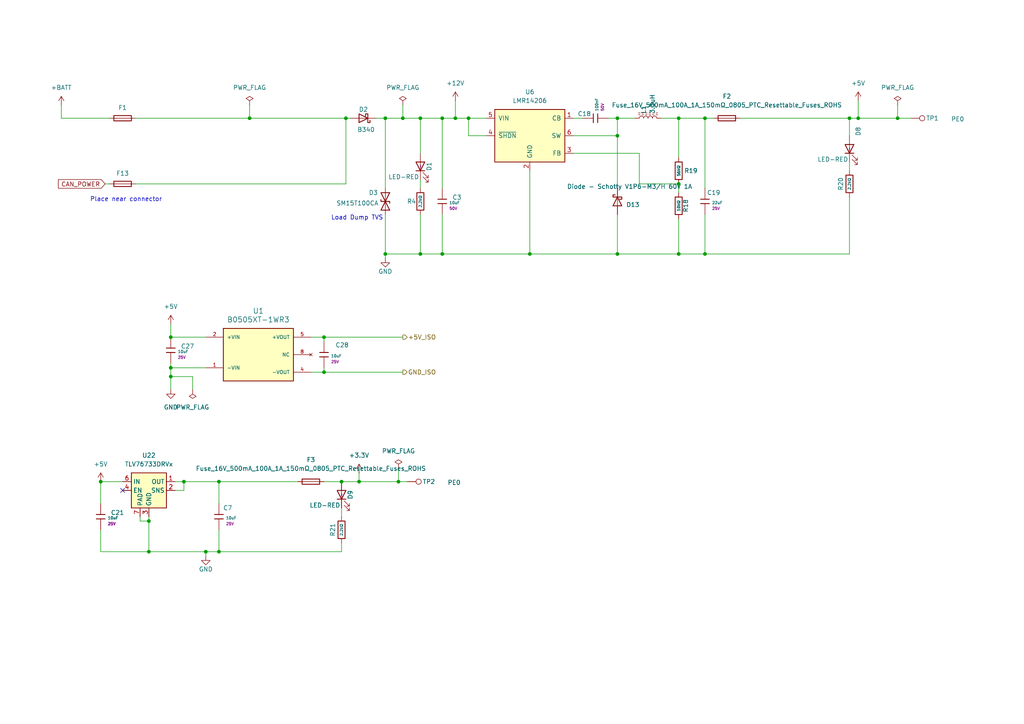
<source format=kicad_sch>
(kicad_sch (version 20250114) (generator "eeschema") (generator_version "9.0")
  (paper "A4")
  (title_block (title "l8"))
  (lib_symbols
    (symbol "Diode:B340" (pin_numbers (hide yes)) (pin_names (offset 1.016) (hide yes))
      (property "Reference" "D" (at 0 2.54 0))
      (property "Value" "B340" (at 0 -2.54 0))
      (symbol "B340_0_1"
        (polyline (pts (xy -1.905 0.635) (xy -1.905 1.27) (xy -1.27 1.27) (xy -1.27 -1.27) (xy -0.635 -1.27) (xy -0.635 -0.635)) (stroke (width 0.254)))
        (polyline (pts (xy 1.27 1.27) (xy 1.27 -1.27) (xy -1.27 0) (xy 1.27 1.27)) (stroke (width 0.254)))
        (polyline (pts (xy 1.27 0) (xy -1.27 0)))
      )
      (symbol "B340_1_1"
        (pin passive line (at -3.81 0 0) (length 2.54) (name "K") (number "1"))
        (pin passive line (at 3.81 0 180) (length 2.54) (name "A") (number "2"))
      )
    )
    (symbol "PCM_JLCPCB-Capacitors:0603,100nF" (pin_numbers (hide yes)) (pin_names (offset 0))
      (property "Reference" "C" (at 2.032 1.668 0))
      (property "Value" "100nF" (at 2.032 -0.3782 0))
      (property "Voltage Rated" "50V" (at 2.032 -2.0462 0))
      (symbol "0603,100nF_0_1"
        (polyline (pts (xy -1.27 0.635) (xy 1.27 0.635)) (stroke (width 0.254)))
        (polyline (pts (xy -1.27 -0.635) (xy 1.27 -0.635)) (stroke (width 0.254)))
      )
      (symbol "0603,100nF_1_1"
        (pin passive line (at 0 3.81 270) (length 3.175) (name "~") (number "1"))
        (pin passive line (at 0 -3.81 90) (length 3.175) (name "~") (number "2"))
      )
    )
    (symbol "PCM_JLCPCB-Capacitors:0603,10uF,(2)" (pin_numbers (hide yes)) (pin_names (offset 0))
      (property "Reference" "C" (at 2.032 1.668 0))
      (property "Value" "10uF" (at 2.032 -0.3782 0))
      (property "Voltage Rated" "25V" (at 2.032 -2.0462 0))
      (symbol "0603,10uF,(2)_0_1"
        (polyline (pts (xy -1.27 0.635) (xy 1.27 0.635)) (stroke (width 0.254)))
        (polyline (pts (xy -1.27 -0.635) (xy 1.27 -0.635)) (stroke (width 0.254)))
      )
      (symbol "0603,10uF,(2)_1_1"
        (pin passive line (at 0 3.81 270) (length 3.175) (name "~") (number "1"))
        (pin passive line (at 0 -3.81 90) (length 3.175) (name "~") (number "2"))
      )
    )
    (symbol "PCM_JLCPCB-Capacitors:0805,10uF,(2)" (pin_numbers (hide yes)) (pin_names (offset 0))
      (property "Reference" "C" (at 2.032 1.668 0))
      (property "Value" "10uF" (at 2.032 -0.3782 0))
      (property "Voltage Rated" "50V" (at 2.032 -2.0462 0))
      (symbol "0805,10uF,(2)_0_1"
        (polyline (pts (xy -1.27 0.635) (xy 1.27 0.635)) (stroke (width 0.254)))
        (polyline (pts (xy -1.27 -0.635) (xy 1.27 -0.635)) (stroke (width 0.254)))
      )
      (symbol "0805,10uF,(2)_1_1"
        (pin passive line (at 0 3.81 270) (length 3.175) (name "~") (number "1"))
        (pin passive line (at 0 -3.81 90) (length 3.175) (name "~") (number "2"))
      )
    )
    (symbol "PCM_JLCPCB-Capacitors:0805,22uF" (pin_numbers (hide yes)) (pin_names (offset 0))
      (property "Reference" "C" (at 2.032 1.668 0))
      (property "Value" "22uF" (at 2.032 -0.3782 0))
      (property "Voltage Rated" "25V" (at 2.032 -2.0462 0))
      (symbol "0805,22uF_0_1"
        (polyline (pts (xy -1.27 0.635) (xy 1.27 0.635)) (stroke (width 0.254)))
        (polyline (pts (xy -1.27 -0.635) (xy 1.27 -0.635)) (stroke (width 0.254)))
      )
      (symbol "0805,22uF_1_1"
        (pin passive line (at 0 3.81 270) (length 3.175) (name "~") (number "1"))
        (pin passive line (at 0 -3.81 90) (length 3.175) (name "~") (number "2"))
      )
    )
    (symbol "PCM_JLCPCB-Resistors:0603,10kΩ" (pin_numbers (hide yes)) (pin_names (offset 0))
      (property "Reference" "R" (at 1.778 0 0))
      (property "Value" "10kΩ" (at 0 0 90))
      (symbol "0603,10kΩ_0_1"
        (rectangle (start -1.016 2.54) (end 1.016 -2.54) (stroke (width 0.254)))
      )
      (symbol "0603,10kΩ_1_1"
        (pin passive line (at 0 3.81 270) (length 1.27) (name "~") (number "1"))
        (pin passive line (at 0 -3.81 90) (length 1.27) (name "~") (number "2"))
      )
    )
    (symbol "PCM_JLCPCB-Resistors:0603,2.2kΩ" (pin_numbers (hide yes)) (pin_names (offset 0))
      (property "Reference" "R" (at 1.778 0 0))
      (property "Value" "2.2kΩ" (at 0 0 90))
      (symbol "0603,2.2kΩ_0_1"
        (rectangle (start -1.016 2.54) (end 1.016 -2.54) (stroke (width 0.254)))
      )
      (symbol "0603,2.2kΩ_1_1"
        (pin passive line (at 0 3.81 270) (length 1.27) (name "~") (number "1"))
        (pin passive line (at 0 -3.81 90) (length 1.27) (name "~") (number "2"))
      )
    )
    (symbol "PCM_JLCPCB-Resistors:0603,56kΩ" (pin_numbers (hide yes)) (pin_names (offset 0))
      (property "Reference" "R" (at 1.778 0 0))
      (property "Value" "56kΩ" (at 0 0 90))
      (symbol "0603,56kΩ_0_1"
        (rectangle (start -1.016 2.54) (end 1.016 -2.54) (stroke (width 0.254)))
      )
      (symbol "0603,56kΩ_1_1"
        (pin passive line (at 0 3.81 270) (length 1.27) (name "~") (number "1"))
        (pin passive line (at 0 -3.81 90) (length 1.27) (name "~") (number "2"))
      )
    )
    (symbol "Regulator_Linear:TLV76733DRVx"
      (property "Reference" "U" (at 0 8.89 0))
      (property "Value" "TLV76733DRVx" (at 0 6.35 0))
      (symbol "TLV76733DRVx_0_1"
        (rectangle (start -5.08 -5.08) (end 5.08 5.08) (stroke (width 0.254)) (fill (type background)))
      )
      (symbol "TLV76733DRVx_1_1"
        (pin power_in line (at -7.62 2.54 0) (length 2.54) (name "IN") (number "6"))
        (pin input line (at -7.62 0 0) (length 2.54) (name "EN") (number "4"))
        (pin passive line (at -2.54 -7.62 90) (length 2.54) (name "PAD") (number "7"))
        (pin power_in line (at 0 -7.62 90) (length 2.54) (name "GND") (number "3"))
        (pin passive line (at 0 -7.62 90) (length 2.54) (hide yes) (name "GND") (number "5"))
        (pin power_out line (at 7.62 2.54 180) (length 2.54) (name "OUT") (number "1"))
        (pin input line (at 7.62 0 180) (length 2.54) (name "SNS") (number "2"))
      )
    )
    (symbol "Regulator_Switching:LMR14206" (pin_names (offset 1.016))
      (property "Reference" "U" (at -10.16 11.43 0))
      (property "Value" "LMR14206" (at -10.16 8.89 0))
      (symbol "LMR14206_0_1"
        (rectangle (start -10.16 7.62) (end 10.16 -7.62) (stroke (width 0.254)) (fill (type background)))
      )
      (symbol "LMR14206_1_1"
        (pin power_in line (at -12.7 5.08 0) (length 2.54) (name "VIN") (number "5"))
        (pin input line (at -12.7 0 0) (length 2.54) (name "~{SHDN}") (number "4"))
        (pin power_in line (at 0 -10.16 90) (length 2.54) (name "GND") (number "2"))
        (pin input line (at 12.7 5.08 180) (length 2.54) (name "CB") (number "1"))
        (pin output line (at 12.7 0 180) (length 2.54) (name "SW") (number "6"))
        (pin input line (at 12.7 -5.08 180) (length 2.54) (name "FB") (number "3"))
      )
    )
    (symbol "dnt_global:B0505_Isolated_SMD" (pin_names (offset 1.016))
      (property "Reference" "U" (at 0 12.7 0))
      (property "Value" "B0505XT-1WR3" (at 0 10.16 0))
      (symbol "B0505_Isolated_SMD_0_0"
        (rectangle (start -10.16 7.62) (end 10.16 -7.62) (stroke (width 0.254)) (fill (type background)))
        (pin no_connect line (at 15.24 0 180) (length 5.08) (name "NC") (number "8"))
      )
      (symbol "B0505_Isolated_SMD_1_0"
        (pin power_in line (at -15.24 5.08 0) (length 5.08) (name "+VIN") (number "2"))
        (pin power_in line (at -15.24 -3.81 0) (length 5.08) (name "-VIN") (number "1"))
        (pin power_out line (at 15.24 5.08 180) (length 5.08) (name "+VOUT") (number "5"))
        (pin power_out line (at 15.24 -5.08 180) (length 5.08) (name "-VOUT") (number "4"))
      )
    )
    (symbol "dnt_global:D_TVS_-_SM15T100CA" (pin_numbers (hide yes)) (pin_names (offset 1.016) (hide yes))
      (property "Reference" "D" (at -2.54 -4.826 90))
      (property "Value" "SM15T100CA" (at 0.508 -14.224 90))
      (symbol "D_TVS_-_SM15T100CA_0_1"
        (polyline (pts (xy -2.54 1.27) (xy -2.54 -1.27) (xy 2.54 1.27) (xy 2.54 -1.27) (xy -2.54 1.27)) (stroke (width 0.254)))
        (polyline (pts (xy 0.508 1.27) (xy 0 1.27) (xy 0 -1.27) (xy -0.508 -1.27)) (stroke (width 0.254)))
        (polyline (pts (xy 1.27 0) (xy -1.27 0)))
      )
      (symbol "D_TVS_-_SM15T100CA_1_1"
        (pin passive line (at -3.81 0 0) (length 2.54) (name "A1") (number "1"))
        (pin passive line (at 3.81 0 180) (length 2.54) (name "A2") (number "2"))
      )
    )
    (symbol "dnt_global:Diode - V1P6-M3/H 60V 1A Schotty " (pin_numbers (hide yes)) (pin_names (offset 1.016) (hide yes))
      (property "Reference" "D" (at 0 -2.54 0))
      (property "Value" "Diode - Schotty V1P6-M3/H 60V 1A" (at 0 2.54 0))
      (symbol "Diode - V1P6-M3/H 60V 1A Schotty _0_1"
        (polyline (pts (xy -1.905 0.635) (xy -1.905 1.27) (xy -1.27 1.27) (xy -1.27 -1.27) (xy -0.635 -1.27) (xy -0.635 -0.635)) (stroke (width 0.254)))
        (polyline (pts (xy 1.27 1.27) (xy 1.27 -1.27) (xy -1.27 0) (xy 1.27 1.27)) (stroke (width 0.254)))
        (polyline (pts (xy 1.27 0) (xy -1.27 0)))
      )
      (symbol "Diode - V1P6-M3/H 60V 1A Schotty _1_1"
        (pin passive line (at -3.81 0 0) (length 2.54) (name "K") (number "1"))
        (pin passive line (at 3.81 0 180) (length 2.54) (name "A") (number "2"))
      )
    )
    (symbol "dnt_global:Fuse_16V_500mA_100A_1A_150mΩ_0805_PTC_Resettable_Fuses_ROHS" (pin_numbers (hide yes)) (pin_names (offset 0))
      (property "Reference" "F1" (at 6.35 0 90))
      (property "Value" "Fuse_16V_500mA_100A_1A_150mΩ_0805_PTC_Resettable_Fuses_ROHS" (at 3.81 0 90))
      (symbol "Fuse_16V_500mA_100A_1A_150mΩ_0805_PTC_Resettable_Fuses_ROHS_0_1"
        (rectangle (start -0.762 -2.54) (end 0.762 2.54) (stroke (width 0.254)))
        (polyline (pts (xy 0 2.54) (xy 0 -2.54)))
      )
      (symbol "Fuse_16V_500mA_100A_1A_150mΩ_0805_PTC_Resettable_Fuses_ROHS_1_1"
        (pin passive line (at 0 3.81 270) (length 1.27) (name "~") (number "1"))
        (pin passive line (at 0 -3.81 90) (length 1.27) (name "~") (number "2"))
      )
    )
    (symbol "dnt_global:LED-RED" (pin_numbers (hide yes)) (pin_names (offset 1.016) (hide yes))
      (property "Reference" "D" (at 0 -2.54 0))
      (property "Value" "LED-RED" (at -3.048 4.826 90))
      (property "Datasheet" "~" (at 0 0 0))
      (symbol "LED-RED_0_1"
        (polyline (pts (xy -3.048 -0.762) (xy -4.572 -2.286) (xy -3.81 -2.286) (xy -4.572 -2.286) (xy -4.572 -1.524)))
        (polyline (pts (xy -1.778 -0.762) (xy -3.302 -2.286) (xy -2.54 -2.286) (xy -3.302 -2.286) (xy -3.302 -1.524)))
        (polyline (pts (xy -1.27 0) (xy 1.27 0)))
        (polyline (pts (xy -1.27 -1.27) (xy -1.27 1.27)) (stroke (width 0.254)))
        (polyline (pts (xy 1.27 -1.27) (xy 1.27 1.27) (xy -1.27 0) (xy 1.27 -1.27)) (stroke (width 0.254)))
      )
      (symbol "LED-RED_1_1"
        (pin passive line (at -3.81 0 0) (length 2.54) (name "K") (number "1"))
        (pin passive line (at 3.81 0 180) (length 2.54) (name "A") (number "2"))
      )
    )
    (symbol "dnt_global:L_Ferrite_-_Inductor_with_ferrite_core_-__2.4A_3.3uH_±20%_3.6A_SMD,4x4mm_Power_Inductors_ROHS" (pin_numbers (hide yes)) (pin_names (offset 1.016) (hide yes))
      (property "Reference" "L" (at 1.27 1.2701 0))
      (property "Value" "3.3uH" (at 1.27 -1.2699 0))
      (symbol "L_Ferrite_-_Inductor_with_ferrite_core_-__2.4A_3.3uH_±20%_3.6A_SMD,4x4mm_Power_Inductors_ROHS_0_1"
        (arc (start 0 2.54) (mid 0.6323 1.905) (end 0 1.27))
        (arc (start 0 1.27) (mid 0.6323 0.635) (end 0 0))
        (arc (start 0 0) (mid 0.6323 -0.635) (end 0 -1.27))
        (arc (start 0 -1.27) (mid 0.6323 -1.905) (end 0 -2.54))
        (polyline (pts (xy 1.016 2.286) (xy 1.016 2.794)))
        (polyline (pts (xy 1.016 1.27) (xy 1.016 1.778)))
        (polyline (pts (xy 1.016 0.254) (xy 1.016 0.762)))
        (polyline (pts (xy 1.016 -0.762) (xy 1.016 -0.254)))
        (polyline (pts (xy 1.016 -1.778) (xy 1.016 -1.27)))
        (polyline (pts (xy 1.016 -2.794) (xy 1.016 -2.286)))
        (polyline (pts (xy 1.524 2.794) (xy 1.524 2.286)))
        (polyline (pts (xy 1.524 1.778) (xy 1.524 1.27)))
        (polyline (pts (xy 1.524 0.762) (xy 1.524 0.254)))
        (polyline (pts (xy 1.524 -0.254) (xy 1.524 -0.762)))
        (polyline (pts (xy 1.524 -1.27) (xy 1.524 -1.778)))
        (polyline (pts (xy 1.524 -2.286) (xy 1.524 -2.794)))
      )
      (symbol "L_Ferrite_-_Inductor_with_ferrite_core_-__2.4A_3.3uH_±20%_3.6A_SMD,4x4mm_Power_Inductors_ROHS_1_1"
        (pin passive line (at 0 3.81 270) (length 1.27) (name "1") (number "1"))
        (pin passive line (at 0 -3.81 90) (length 1.27) (name "2") (number "2"))
      )
    )
    (symbol "dnt_global:TestPoint_Pad_D1.0mm" (pin_numbers (hide yes)) (pin_names (offset 0.762) (hide yes))
      (property "Reference" "TP33" (at 0 5.588 90))
      (property "Value" "PE0" (at 0.254 11.684 90))
      (symbol "TestPoint_Pad_D1.0mm_0_1"
        (circle (center 0 3.302) (radius 0.762))
      )
      (symbol "TestPoint_Pad_D1.0mm_1_1"
        (pin passive line (at 0 0 90) (length 2.54) (name "1") (number "1"))
      )
    )
    (symbol "power:+12V" (power) (pin_numbers (hide yes)) (pin_names (offset 0) (hide yes))
      (property "Value" "+12V" (at 0 3.556 0))
      (symbol "+12V_0_1"
        (polyline (pts (xy -0.762 1.27) (xy 0 2.54)))
        (polyline (pts (xy 0 2.54) (xy 0.762 1.27)))
        (polyline (pts (xy 0 0) (xy 0 2.54)))
      )
      (symbol "+12V_1_1"
        (pin power_in line (at 0 0 90) (length 0) (name "~") (number "1"))
      )
    )
    (symbol "power:+3.3V" (power) (pin_numbers (hide yes)) (pin_names (offset 0) (hide yes))
      (property "Value" "+3.3V" (at 0 3.556 0))
      (symbol "+3.3V_0_1"
        (polyline (pts (xy -0.762 1.27) (xy 0 2.54)))
        (polyline (pts (xy 0 2.54) (xy 0.762 1.27)))
        (polyline (pts (xy 0 0) (xy 0 2.54)))
      )
      (symbol "+3.3V_1_1"
        (pin power_in line (at 0 0 90) (length 0) (name "~") (number "1"))
      )
    )
    (symbol "power:+5V" (power) (pin_numbers (hide yes)) (pin_names (offset 0) (hide yes))
      (property "Value" "+5V" (at 0 3.556 0))
      (symbol "+5V_0_1"
        (polyline (pts (xy -0.762 1.27) (xy 0 2.54)))
        (polyline (pts (xy 0 2.54) (xy 0.762 1.27)))
        (polyline (pts (xy 0 0) (xy 0 2.54)))
      )
      (symbol "+5V_1_1"
        (pin power_in line (at 0 0 90) (length 0) (name "~") (number "1"))
      )
    )
    (symbol "power:+BATT" (power) (pin_numbers (hide yes)) (pin_names (offset 0) (hide yes))
      (property "Value" "+BATT" (at 0 3.556 0))
      (symbol "+BATT_0_1"
        (polyline (pts (xy -0.762 1.27) (xy 0 2.54)))
        (polyline (pts (xy 0 2.54) (xy 0.762 1.27)))
        (polyline (pts (xy 0 0) (xy 0 2.54)))
      )
      (symbol "+BATT_1_1"
        (pin power_in line (at 0 0 90) (length 0) (name "~") (number "1"))
      )
    )
    (symbol "power:GND" (power) (pin_numbers (hide yes)) (pin_names (offset 0) (hide yes))
      (property "Value" "GND" (at 0 -3.81 0))
      (symbol "GND_0_1"
        (polyline (pts (xy 0 0) (xy 0 -1.27) (xy 1.27 -1.27) (xy 0 -2.54) (xy -1.27 -1.27) (xy 0 -1.27)))
      )
      (symbol "GND_1_1"
        (pin power_in line (at 0 0 270) (length 0) (name "~") (number "1"))
      )
    )
    (symbol "power:PWR_FLAG" (power) (pin_numbers (hide yes)) (pin_names (offset 0) (hide yes))
      (property "Value" "PWR_FLAG" (at 0 3.81 0))
      (symbol "PWR_FLAG_0_0"
        (pin power_out line (at 0 0 90) (length 0) (name "~") (number "1"))
      )
      (symbol "PWR_FLAG_0_1"
        (polyline (pts (xy 0 0) (xy 0 1.27) (xy -1.016 1.905) (xy 0 2.54) (xy 1.016 1.905) (xy 0 1.27)))
      )
    )
  )
  (text "Load Dump TVS\n\n" (at 96.012 66.04 0) (effects (font (size 1.27 1.27) (thickness 0.1588)) (justify left bottom)))
  (text "Place near connector" (at 36.576 57.912 0) (effects (font (size 1.27 1.27))))
  (junction (at 128.27 34.29))
  (junction (at 93.98 97.79))
  (junction (at 196.85 73.66))
  (junction (at 196.85 34.29))
  (junction (at 63.5 139.7))
  (junction (at 43.18 151.13))
  (junction (at 248.92 34.29))
  (junction (at 135.89 34.29))
  (junction (at 100.33 34.29))
  (junction (at 99.06 139.7))
  (junction (at 121.92 34.29))
  (junction (at 179.07 73.66))
  (junction (at 196.85 53.34))
  (junction (at 204.47 73.66))
  (junction (at 260.35 34.29))
  (junction (at 104.14 139.7))
  (junction (at 121.92 73.66))
  (junction (at 63.5 160.02))
  (junction (at 204.47 34.29))
  (junction (at 49.53 97.79))
  (junction (at 49.53 106.68))
  (junction (at 111.76 34.29))
  (junction (at 132.08 34.29))
  (junction (at 111.76 73.66))
  (junction (at 179.07 34.29))
  (junction (at 153.67 73.66))
  (junction (at 128.27 73.66))
  (junction (at 93.98 107.95))
  (junction (at 246.38 34.29))
  (junction (at 72.39 34.29))
  (junction (at 115.57 139.7))
  (junction (at 43.18 160.02))
  (junction (at 53.34 139.7))
  (junction (at 179.07 39.37))
  (junction (at 29.21 139.7))
  (junction (at 116.84 34.29))
  (junction (at 49.53 109.22))
  (junction (at 59.69 160.02))
  (no_connect (at 35.56 142.24))
  (wire (pts (xy 111.76 73.66) (xy 121.92 73.66)))
  (wire (pts (xy 115.57 135.89) (xy 115.57 139.7)))
  (wire (pts (xy 204.47 34.29) (xy 204.47 54.61)))
  (wire (pts (xy 191.77 34.29) (xy 196.85 34.29)))
  (wire (pts (xy 179.07 39.37) (xy 179.07 54.61)))
  (wire (pts (xy 55.88 113.03) (xy 55.88 109.22)))
  (wire (pts (xy 39.37 34.29) (xy 72.39 34.29)))
  (wire (pts (xy 30.48 53.34) (xy 31.75 53.34)))
  (wire (pts (xy 135.89 34.29) (xy 135.89 39.37)))
  (wire (pts (xy 166.37 44.45) (xy 185.42 44.45)))
  (wire (pts (xy 53.34 139.7) (xy 63.5 139.7)))
  (wire (pts (xy 185.42 44.45) (xy 185.42 53.34)))
  (wire (pts (xy 246.38 34.29) (xy 246.38 39.37)))
  (wire (pts (xy 50.8 139.7) (xy 53.34 139.7)))
  (wire (pts (xy 204.47 34.29) (xy 207.01 34.29)))
  (wire (pts (xy 63.5 153.67) (xy 63.5 160.02)))
  (wire (pts (xy 59.69 161.29) (xy 59.69 160.02)))
  (wire (pts (xy 246.38 57.15) (xy 246.38 73.66)))
  (wire (pts (xy 196.85 34.29) (xy 204.47 34.29)))
  (wire (pts (xy 49.53 97.79) (xy 59.69 97.79)))
  (wire (pts (xy 29.21 139.7) (xy 29.21 146.05)))
  (wire (pts (xy 90.17 107.95) (xy 93.98 107.95)))
  (wire (pts (xy 93.98 99.06) (xy 93.98 97.79)))
  (wire (pts (xy 128.27 34.29) (xy 128.27 54.61)))
  (wire (pts (xy 121.92 52.07) (xy 121.92 54.61)))
  (wire (pts (xy 204.47 62.23) (xy 204.47 73.66)))
  (wire (pts (xy 55.88 109.22) (xy 49.53 109.22)))
  (wire (pts (xy 260.35 34.29) (xy 248.92 34.29)))
  (wire (pts (xy 128.27 62.23) (xy 128.27 73.66)))
  (wire (pts (xy 121.92 34.29) (xy 128.27 34.29)))
  (wire (pts (xy 111.76 34.29) (xy 111.76 54.61)))
  (wire (pts (xy 93.98 107.95) (xy 116.84 107.95)))
  (wire (pts (xy 196.85 63.5) (xy 196.85 73.66)))
  (wire (pts (xy 111.76 73.66) (xy 111.76 62.23)))
  (wire (pts (xy 135.89 39.37) (xy 140.97 39.37)))
  (wire (pts (xy 132.08 29.21) (xy 132.08 34.29)))
  (wire (pts (xy 196.85 34.29) (xy 196.85 45.72)))
  (wire (pts (xy 72.39 34.29) (xy 100.33 34.29)))
  (wire (pts (xy 100.33 53.34) (xy 100.33 34.29)))
  (wire (pts (xy 39.37 53.34) (xy 100.33 53.34)))
  (wire (pts (xy 29.21 153.67) (xy 29.21 160.02)))
  (wire (pts (xy 166.37 34.29) (xy 168.91 34.29)))
  (wire (pts (xy 63.5 160.02) (xy 99.06 160.02)))
  (wire (pts (xy 29.21 139.7) (xy 35.56 139.7)))
  (wire (pts (xy 99.06 147.32) (xy 99.06 149.86)))
  (wire (pts (xy 72.39 30.48) (xy 72.39 34.29)))
  (wire (pts (xy 153.67 73.66) (xy 179.07 73.66)))
  (wire (pts (xy 248.92 29.21) (xy 248.92 34.29)))
  (wire (pts (xy 128.27 73.66) (xy 153.67 73.66)))
  (wire (pts (xy 135.89 34.29) (xy 140.97 34.29)))
  (wire (pts (xy 246.38 73.66) (xy 204.47 73.66)))
  (wire (pts (xy 111.76 34.29) (xy 116.84 34.29)))
  (wire (pts (xy 185.42 53.34) (xy 196.85 53.34)))
  (wire (pts (xy 49.53 106.68) (xy 59.69 106.68)))
  (wire (pts (xy 93.98 97.79) (xy 116.84 97.79)))
  (wire (pts (xy 166.37 39.37) (xy 179.07 39.37)))
  (wire (pts (xy 179.07 62.23) (xy 179.07 73.66)))
  (wire (pts (xy 63.5 139.7) (xy 86.36 139.7)))
  (wire (pts (xy 196.85 53.34) (xy 196.85 55.88)))
  (wire (pts (xy 118.11 139.7) (xy 115.57 139.7)))
  (wire (pts (xy 90.17 97.79) (xy 93.98 97.79)))
  (wire (pts (xy 50.8 142.24) (xy 53.34 142.24)))
  (wire (pts (xy 49.53 105.41) (xy 49.53 106.68)))
  (wire (pts (xy 104.14 137.16) (xy 104.14 139.7)))
  (wire (pts (xy 49.53 93.98) (xy 49.53 97.79)))
  (wire (pts (xy 179.07 34.29) (xy 176.53 34.29)))
  (wire (pts (xy 93.98 106.68) (xy 93.98 107.95)))
  (wire (pts (xy 246.38 46.99) (xy 246.38 49.53)))
  (wire (pts (xy 132.08 34.29) (xy 135.89 34.29)))
  (wire (pts (xy 49.53 109.22) (xy 49.53 113.03)))
  (wire (pts (xy 99.06 139.7) (xy 104.14 139.7)))
  (wire (pts (xy 128.27 34.29) (xy 132.08 34.29)))
  (wire (pts (xy 17.78 30.48) (xy 17.78 34.29)))
  (wire (pts (xy 153.67 49.53) (xy 153.67 73.66)))
  (wire (pts (xy 99.06 160.02) (xy 99.06 157.48)))
  (wire (pts (xy 116.84 30.48) (xy 116.84 34.29)))
  (wire (pts (xy 260.35 30.48) (xy 260.35 34.29)))
  (wire (pts (xy 43.18 151.13) (xy 43.18 160.02)))
  (wire (pts (xy 59.69 160.02) (xy 63.5 160.02)))
  (wire (pts (xy 116.84 34.29) (xy 121.92 34.29)))
  (wire (pts (xy 109.22 34.29) (xy 111.76 34.29)))
  (wire (pts (xy 53.34 142.24) (xy 53.34 139.7)))
  (wire (pts (xy 43.18 160.02) (xy 59.69 160.02)))
  (wire (pts (xy 40.64 151.13) (xy 43.18 151.13)))
  (wire (pts (xy 179.07 34.29) (xy 179.07 39.37)))
  (wire (pts (xy 104.14 139.7) (xy 115.57 139.7)))
  (wire (pts (xy 121.92 44.45) (xy 121.92 34.29)))
  (wire (pts (xy 63.5 146.05) (xy 63.5 139.7)))
  (wire (pts (xy 17.78 34.29) (xy 31.75 34.29)))
  (wire (pts (xy 260.35 34.29) (xy 264.16 34.29)))
  (wire (pts (xy 29.21 160.02) (xy 43.18 160.02)))
  (wire (pts (xy 111.76 74.93) (xy 111.76 73.66)))
  (wire (pts (xy 43.18 149.86) (xy 43.18 151.13)))
  (wire (pts (xy 100.33 34.29) (xy 101.6 34.29)))
  (wire (pts (xy 196.85 73.66) (xy 204.47 73.66)))
  (wire (pts (xy 246.38 34.29) (xy 248.92 34.29)))
  (wire (pts (xy 179.07 34.29) (xy 184.15 34.29)))
  (wire (pts (xy 214.63 34.29) (xy 246.38 34.29)))
  (wire (pts (xy 121.92 73.66) (xy 128.27 73.66)))
  (wire (pts (xy 49.53 106.68) (xy 49.53 109.22)))
  (wire (pts (xy 40.64 149.86) (xy 40.64 151.13)))
  (wire (pts (xy 121.92 62.23) (xy 121.92 73.66)))
  (wire (pts (xy 179.07 73.66) (xy 196.85 73.66)))
  (wire (pts (xy 93.98 139.7) (xy 99.06 139.7)))
  (global_label "CAN_POWER" (shape input) (at 30.48 53.34 180) (property "Intersheetrefs" "${INTERSHEET_REFS}" (at 16.3672 53.34 0) (effects (justify right))))
  (hierarchical_label "GND_ISO" (shape output) (at 116.84 107.95 0) (effects (font (thickness 0.1588))))
  (hierarchical_label "+5V_ISO" (shape output) (at 116.84 97.79 0) (effects (font (thickness 0.1588))))
  (symbol (lib_id "dnt_global:Diode - V1P6-M3/H 60V 1A Schotty ") (at 179.07 58.42 90) (mirror x) (unit 1)
    (property "Reference" "D13" (at 181.61 59.3726 90) (effects (justify right)))
    (property "Value" "Diode - Schotty V1P6-M3/H 60V 1A" (at 182.626 54.102 90))
    (property "Footprint" "Diode_SMD:D_MicroSMP_AK" (effects (hide yes)))
    (property "Datasheet" "https://wmsc.lcsc.com/wmsc/upload/file/pdf/v2/lcsc/2312121230_Vishay-Intertech-V1P6-M3-H_C3757499.pdf" (effects (hide yes)))
    (property "Description" "Vishay Intertech  -60V 1A 600mV@1A MicroSMP(DO-219AD)  Schottky Diodes ROHS" (effects (hide yes)))
    (property "LCSC" "C3757499" (effects (hide yes)))
  )
  (symbol (lib_id "dnt_global:Fuse_16V_500mA_100A_1A_150mΩ_0805_PTC_Resettable_Fuses_ROHS") (at 90.17 139.7 90) (unit 1)
    (property "Reference" "F3" (at 90.17 133.35 90))
    (property "Value" "Fuse_16V_500mA_100A_1A_150mΩ_0805_PTC_Resettable_Fuses_ROHS" (at 90.17 135.89 90))
    (property "Footprint" "Fuse:Fuse_0805_2012Metric" (effects (hide yes)))
    (property "Description" "Fuse" (effects (hide yes)))
    (property "LCSC" "C2833485" (effects (hide yes)))
  )
  (symbol (lib_id "dnt_global:Fuse_16V_500mA_100A_1A_150mΩ_0805_PTC_Resettable_Fuses_ROHS") (at 35.56 53.34 90) (unit 1)
    (property "Reference" "F13" (at 35.56 50.292 90))
    (property "Value" "Fuse_16V_500mA_100A_1A_150mΩ_0805_PTC_Resettable_Fuses_ROHS" (effects (hide yes)))
    (property "Footprint" "Fuse:Fuse_0805_2012Metric" (effects (hide yes)))
    (property "Description" "Fuse" (effects (hide yes)))
    (property "LCSC" "C2833485" (effects (hide yes)))
  )
  (symbol (lib_id "power:+5V") (at 248.92 29.21 0) (unit 1)
    (property "Reference" "#PWR031" (effects (hide yes)))
    (property "Value" "+5V" (at 248.92 24.13 0))
    (property "Description" "Power symbol creates a global label with name \"+5V\"" (effects (hide yes)))
  )
  (symbol (lib_id "dnt_global:Fuse_16V_500mA_100A_1A_150mΩ_0805_PTC_Resettable_Fuses_ROHS") (at 35.56 34.29 90) (unit 1)
    (property "Reference" "F1" (at 35.56 31.242 90))
    (property "Value" "Fuse_16V_500mA_100A_1A_150mΩ_0805_PTC_Resettable_Fuses_ROHS" (effects (hide yes)))
    (property "Footprint" "Fuse:Fuse_0805_2012Metric" (effects (hide yes)))
    (property "Description" "Fuse" (effects (hide yes)))
    (property "LCSC" "C2833485" (effects (hide yes)))
  )
  (symbol (lib_id "dnt_global:L_Ferrite_-_Inductor_with_ferrite_core_-__2.4A_3.3uH_±20%_3.6A_SMD,4x4mm_Power_Inductors_ROHS") (at 187.96 34.29 90) (unit 1)
    (property "Reference" "L1" (at 186.6899 33.02 0) (effects (justify left)))
    (property "Value" "3.3uH" (at 189.2299 33.02 0) (effects (justify left)))
    (property "Footprint" "Inductor_SMD:L_Sunlord_SWPA4030S" (effects (hide yes)))
    (property "Datasheet" "https://wmsc.lcsc.com/wmsc/upload/file/pdf/v2/lcsc/2310251551_Sunlord-SWPA4030S3R3MT_C15269.pdf" (effects (hide yes)))
    (property "Description" "Inductor with ferrite core -  2.4A 3.3uH ±20% 3.6A SMD,4x4mm Power Inductors ROHS" (effects (hide yes)))
    (property "LCSC" "C15269" (effects (hide yes)))
  )
  (symbol (lib_id "Diode:B340") (at 105.41 34.29 180) (unit 1)
    (property "Reference" "D2" (at 105.41 31.75 0))
    (property "Value" "B340" (at 106.172 37.592 0))
    (property "Footprint" "Diode_SMD:D_SMC" (effects (hide yes)))
    (property "Datasheet" "http://www.jameco.com/Jameco/Products/ProdDS/1538777.pdf" (effects (hide yes)))
    (property "Description" "40V 3A Schottky Barrier Rectifier Diode, SMC" (effects (hide yes)))
  )
  (symbol (lib_id "PCM_JLCPCB-Capacitors:0603,10uF,(2)") (at 29.21 149.86 0) (unit 1)
    (property "Reference" "C21" (at 32.131 148.6916 0) (effects (justify left)))
    (property "Value" "10uF" (at 31.242 150.2382 0) (effects (font (size 0.8 0.8)) (justify left)))
    (property "Footprint" "PCM_JLCPCB:C_0603" (effects (hide yes)))
    (property "Datasheet" "https://www.lcsc.com/datasheet/lcsc_datasheet_2304140030_Samsung-Electro-Mechanics-CL10A106MA8NRNC_C96446.pdf" (effects (hide yes)))
    (property "Description" "25V 10uF X5R ±20% 0603 Multilayer Ceramic Capacitors MLCC - SMD/SMT ROHS" (effects (hide yes)))
    (property "LCSC" "C96446" (effects (hide yes)))
    (property "Stock" "3388297" (effects (hide yes)))
    (property "Price" "0.021USD" (effects (hide yes)))
    (property "Process" "SMT" (effects (hide yes)))
    (property "Minimum Qty" "20" (effects (hide yes)))
    (property "Attrition Qty" "8" (effects (hide yes)))
    (property "Class" "Basic Component" (effects (hide yes)))
    (property "Category" "Capacitors,Multilayer Ceramic Capacitors MLCC - SMD/SMT" (effects (hide yes)))
    (property "Manufacturer" "Samsung Electro-Mechanics" (effects (hide yes)))
    (property "Part" "CL10A106MA8NRNC" (effects (hide yes)))
    (property "Voltage Rated" "25V" (at 31.242 151.9062 0) (effects (font (size 0.8 0.8)) (justify left)))
    (property "Tolerance" "±20%" (effects (hide yes)))
    (property "Capacitance" "10uF" (effects (hide yes)))
    (property "Temperature Coefficient" "X5R" (effects (hide yes)))
  )
  (symbol (lib_id "power:GND") (at 59.69 161.29 0) (unit 1)
    (property "Reference" "#PWR016" (effects (hide yes)))
    (property "Value" "GND" (at 59.69 165.1 0))
    (property "Description" "Power symbol creates a global label with name \"GND\" , ground" (effects (hide yes)))
  )
  (symbol (lib_id "power:+5V") (at 49.53 93.98 0) (unit 1)
    (property "Reference" "#PWR034" (effects (hide yes)))
    (property "Value" "+5V" (at 49.53 88.9 0))
    (property "Description" "Power symbol creates a global label with name \"+5V\"" (effects (hide yes)))
  )
  (symbol (lib_id "dnt_global:Fuse_16V_500mA_100A_1A_150mΩ_0805_PTC_Resettable_Fuses_ROHS") (at 210.82 34.29 90) (unit 1)
    (property "Reference" "F2" (at 210.82 27.94 90))
    (property "Value" "Fuse_16V_500mA_100A_1A_150mΩ_0805_PTC_Resettable_Fuses_ROHS" (at 210.82 30.48 90))
    (property "Footprint" "Fuse:Fuse_0805_2012Metric" (effects (hide yes)))
    (property "Description" "Fuse" (effects (hide yes)))
    (property "LCSC" "C2833485" (effects (hide yes)))
  )
  (symbol (lib_id "PCM_JLCPCB-Capacitors:0603,10uF,(2)") (at 93.98 102.87 0) (unit 1)
    (property "Reference" "C28" (at 97.282 100.076 0) (effects (justify left)))
    (property "Value" "10uF" (at 96.012 103.2482 0) (effects (font (size 0.8 0.8)) (justify left)))
    (property "Footprint" "PCM_JLCPCB:C_0603" (effects (hide yes)))
    (property "Datasheet" "https://www.lcsc.com/datasheet/lcsc_datasheet_2304140030_Samsung-Electro-Mechanics-CL10A106MA8NRNC_C96446.pdf" (effects (hide yes)))
    (property "Description" "25V 10uF X5R ±20% 0603 Multilayer Ceramic Capacitors MLCC - SMD/SMT ROHS" (effects (hide yes)))
    (property "LCSC" "C96446" (effects (hide yes)))
    (property "Stock" "3388297" (effects (hide yes)))
    (property "Price" "0.021USD" (effects (hide yes)))
    (property "Process" "SMT" (effects (hide yes)))
    (property "Minimum Qty" "20" (effects (hide yes)))
    (property "Attrition Qty" "8" (effects (hide yes)))
    (property "Class" "Basic Component" (effects (hide yes)))
    (property "Category" "Capacitors,Multilayer Ceramic Capacitors MLCC - SMD/SMT" (effects (hide yes)))
    (property "Manufacturer" "Samsung Electro-Mechanics" (effects (hide yes)))
    (property "Part" "CL10A106MA8NRNC" (effects (hide yes)))
    (property "Voltage Rated" "25V" (at 96.012 104.9162 0) (effects (font (size 0.8 0.8)) (justify left)))
    (property "Tolerance" "±20%" (effects (hide yes)))
    (property "Capacitance" "10uF" (effects (hide yes)))
    (property "Temperature Coefficient" "X5R" (effects (hide yes)))
  )
  (symbol (lib_id "power:+BATT") (at 17.78 30.48 0) (unit 1)
    (property "Reference" "#PWR049" (effects (hide yes)))
    (property "Value" "+BATT" (at 17.78 25.4 0))
    (property "Description" "Power symbol creates a global label with name \"+BATT\"" (effects (hide yes)))
  )
  (symbol (lib_id "dnt_global:LED-RED") (at 99.06 143.51 90) (unit 1)
    (property "Reference" "D9" (at 101.6 143.51 0))
    (property "Value" "LED-RED" (at 94.234 146.558 90))
    (property "Footprint" "dnt:LED_0603_1608Metric - polarity" (effects (hide yes)))
    (property "Datasheet" "~" (at 99.06 143.51 0) (effects (font (size 1.524 1.524))))
    (property "Description" "Light emitting diode" (effects (hide yes)))
    (property "LCSC" "C2286" (effects (hide yes)))
    (property "JLCPCB Rotation Offset" "0" (effects (hide yes)))
  )
  (symbol (lib_id "power:+5V") (at 29.21 139.7 0) (unit 1)
    (property "Reference" "#PWR035" (effects (hide yes)))
    (property "Value" "+5V" (at 29.21 134.62 0))
    (property "Description" "Power symbol creates a global label with name \"+5V\"" (effects (hide yes)))
  )
  (symbol (lib_id "PCM_JLCPCB-Resistors:0603,2.2kΩ") (at 121.92 58.42 180) (unit 1)
    (property "Reference" "R4" (at 119.38 58.42 0))
    (property "Value" "2.2kΩ" (at 121.92 58.42 90) (effects (font (size 0.8 0.8))))
    (property "Footprint" "PCM_JLCPCB:R_0603" (effects (hide yes)))
    (property "Datasheet" "https://www.lcsc.com/datasheet/lcsc_datasheet_2206010230_UNI-ROYAL-Uniroyal-Elec-0603WAF2201T5E_C4190.pdf" (effects (hide yes)))
    (property "Description" "100mW Thick Film Resistors 75V ±100ppm/°C ±1% 2.2kΩ 0603 Chip Resistor - Surface Mount ROHS" (effects (hide yes)))
    (property "LCSC" "C4190" (effects (hide yes)))
    (property "Stock" "3259603" (effects (hide yes)))
    (property "Price" "0.004USD" (effects (hide yes)))
    (property "Process" "SMT" (effects (hide yes)))
    (property "Minimum Qty" "20" (effects (hide yes)))
    (property "Attrition Qty" "10" (effects (hide yes)))
    (property "Class" "Basic Component" (effects (hide yes)))
    (property "Category" "Resistors,Chip Resistor - Surface Mount" (effects (hide yes)))
    (property "Manufacturer" "UNI-ROYAL(Uniroyal Elec)" (effects (hide yes)))
    (property "Part" "0603WAF2201T5E" (effects (hide yes)))
    (property "Resistance" "2.2kΩ" (effects (hide yes)))
    (property "Power(Watts)" "100mW" (effects (hide yes)))
    (property "Type" "Thick Film Resistors" (effects (hide yes)))
    (property "Overload Voltage (Max)" "75V" (effects (hide yes)))
    (property "Operating Temperature Range" "-55°C~+155°C" (effects (hide yes)))
    (property "Tolerance" "±1%" (effects (hide yes)))
    (property "Temperature Coefficient" "±100ppm/°C" (effects (hide yes)))
  )
  (symbol (lib_id "PCM_JLCPCB-Capacitors:0805,22uF") (at 204.47 58.42 0) (unit 1)
    (property "Reference" "C19" (at 207.01 55.88 0))
    (property "Value" "22uF" (at 206.502 58.7982 0) (effects (font (size 0.8 0.8)) (justify left)))
    (property "Footprint" "PCM_JLCPCB:C_0805" (effects (hide yes)))
    (property "Datasheet" "https://www.lcsc.com/datasheet/lcsc_datasheet_2304140030_Samsung-Electro-Mechanics-CL21A226MAQNNNE_C45783.pdf" (effects (hide yes)))
    (property "Description" "25V 22uF X5R ±20% 0805 Multilayer Ceramic Capacitors MLCC - SMD/SMT ROHS" (effects (hide yes)))
    (property "LCSC" "C45783" (effects (hide yes)))
    (property "Stock" "6479946" (effects (hide yes)))
    (property "Price" "0.027USD" (effects (hide yes)))
    (property "Process" "SMT" (effects (hide yes)))
    (property "Minimum Qty" "20" (effects (hide yes)))
    (property "Attrition Qty" "8" (effects (hide yes)))
    (property "Class" "Basic Component" (effects (hide yes)))
    (property "Category" "Capacitors,Multilayer Ceramic Capacitors MLCC - SMD/SMT" (effects (hide yes)))
    (property "Manufacturer" "Samsung Electro-Mechanics" (effects (hide yes)))
    (property "Part" "CL21A226MAQNNNE" (effects (hide yes)))
    (property "Voltage Rated" "25V" (at 206.502 60.4662 0) (effects (font (size 0.8 0.8)) (justify left)))
    (property "Tolerance" "±20%" (effects (hide yes)))
    (property "Capacitance" "22uF" (effects (hide yes)))
    (property "Temperature Coefficient" "X5R" (effects (hide yes)))
  )
  (symbol (lib_id "power:GND") (at 111.76 74.93 0) (unit 1)
    (property "Reference" "#PWR02" (effects (hide yes)))
    (property "Value" "GND" (at 111.76 78.74 0))
    (property "Description" "Power symbol creates a global label with name \"GND\" , ground" (effects (hide yes)))
  )
  (symbol (lib_id "power:PWR_FLAG") (at 55.88 113.03 180) (unit 1)
    (property "Reference" "#FLG02" (effects (hide yes)))
    (property "Value" "PWR_FLAG" (at 55.88 118.11 0))
    (property "Description" "Special symbol for telling ERC where power comes from" (effects (hide yes)))
  )
  (symbol (lib_id "PCM_JLCPCB-Resistors:0603,56kΩ") (at 196.85 49.53 0) (unit 1)
    (property "Reference" "R19" (at 200.406 49.53 0))
    (property "Value" "56kΩ" (at 196.85 49.53 90) (effects (font (size 0.8 0.8))))
    (property "Footprint" "PCM_JLCPCB:R_0603" (effects (hide yes)))
    (property "Datasheet" "https://www.lcsc.com/datasheet/lcsc_datasheet_2206010116_UNI-ROYAL-Uniroyal-Elec-0603WAF5602T5E_C23206.pdf" (effects (hide yes)))
    (property "Description" "100mW Thick Film Resistors 75V ±100ppm/°C ±1% 56kΩ 0603 Chip Resistor - Surface Mount ROHS" (effects (hide yes)))
    (property "LCSC" "C23206" (effects (hide yes)))
    (property "Stock" "358487" (effects (hide yes)))
    (property "Price" "0.004USD" (effects (hide yes)))
    (property "Process" "SMT" (effects (hide yes)))
    (property "Minimum Qty" "20" (effects (hide yes)))
    (property "Attrition Qty" "10" (effects (hide yes)))
    (property "Class" "Basic Component" (effects (hide yes)))
    (property "Category" "Resistors,Chip Resistor - Surface Mount" (effects (hide yes)))
    (property "Manufacturer" "UNI-ROYAL(Uniroyal Elec)" (effects (hide yes)))
    (property "Part" "0603WAF5602T5E" (effects (hide yes)))
    (property "Resistance" "56kΩ" (effects (hide yes)))
    (property "Power(Watts)" "100mW" (effects (hide yes)))
    (property "Type" "Thick Film Resistors" (effects (hide yes)))
    (property "Overload Voltage (Max)" "75V" (effects (hide yes)))
    (property "Operating Temperature Range" "-55°C~+155°C" (effects (hide yes)))
    (property "Tolerance" "±1%" (effects (hide yes)))
    (property "Temperature Coefficient" "±100ppm/°C" (effects (hide yes)))
  )
  (symbol (lib_id "dnt_global:D_TVS_-_SM15T100CA") (at 111.76 58.42 270) (unit 1)
    (property "Reference" "D3" (at 106.934 55.88 90) (effects (justify left)))
    (property "Value" "SM15T100CA" (at 97.536 58.928 90) (effects (justify left)))
    (property "Footprint" "Diode_SMD:D_SMC" (effects (hide yes)))
    (property "Description" "Bidirectional transient-voltage-suppression diode" (effects (hide yes)))
    (property "LCSC" "C1975873" (effects (hide yes)))
  )
  (symbol (lib_id "dnt_global:TestPoint_Pad_D1.0mm") (at 264.16 34.29 270) (unit 1)
    (property "Reference" "TP1" (at 268.605 34.29 90) (effects (justify left)))
    (property "Value" "PE0" (at 275.844 34.544 90) (effects (justify left)))
    (property "Footprint" "TestPoint:TestPoint_Pad_D1.0mm" (effects (hide yes)))
    (property "Description" "test point" (effects (hide yes)))
  )
  (symbol (lib_id "power:PWR_FLAG") (at 260.35 30.48 0) (unit 1)
    (property "Reference" "#FLG06" (effects (hide yes)))
    (property "Value" "PWR_FLAG" (at 260.35 25.4 0))
    (property "Description" "Special symbol for telling ERC where power comes from" (effects (hide yes)))
  )
  (symbol (lib_id "power:PWR_FLAG") (at 116.84 30.48 0) (unit 1)
    (property "Reference" "#FLG04" (effects (hide yes)))
    (property "Value" "PWR_FLAG" (at 116.84 25.4 0))
    (property "Description" "Special symbol for telling ERC where power comes from" (effects (hide yes)))
  )
  (symbol (lib_id "PCM_JLCPCB-Resistors:0603,2.2kΩ") (at 246.38 53.34 180) (unit 1)
    (property "Reference" "R20" (at 243.84 53.34 90))
    (property "Value" "2.2kΩ" (at 246.38 53.34 90) (effects (font (size 0.8 0.8))))
    (property "Footprint" "PCM_JLCPCB:R_0603" (effects (hide yes)))
    (property "Datasheet" "https://www.lcsc.com/datasheet/lcsc_datasheet_2206010230_UNI-ROYAL-Uniroyal-Elec-0603WAF2201T5E_C4190.pdf" (effects (hide yes)))
    (property "Description" "100mW Thick Film Resistors 75V ±100ppm/°C ±1% 2.2kΩ 0603 Chip Resistor - Surface Mount ROHS" (effects (hide yes)))
    (property "LCSC" "C4190" (effects (hide yes)))
    (property "Stock" "3259603" (effects (hide yes)))
    (property "Price" "0.004USD" (effects (hide yes)))
    (property "Process" "SMT" (effects (hide yes)))
    (property "Minimum Qty" "20" (effects (hide yes)))
    (property "Attrition Qty" "10" (effects (hide yes)))
    (property "Class" "Basic Component" (effects (hide yes)))
    (property "Category" "Resistors,Chip Resistor - Surface Mount" (effects (hide yes)))
    (property "Manufacturer" "UNI-ROYAL(Uniroyal Elec)" (effects (hide yes)))
    (property "Part" "0603WAF2201T5E" (effects (hide yes)))
    (property "Resistance" "2.2kΩ" (effects (hide yes)))
    (property "Power(Watts)" "100mW" (effects (hide yes)))
    (property "Type" "Thick Film Resistors" (effects (hide yes)))
    (property "Overload Voltage (Max)" "75V" (effects (hide yes)))
    (property "Operating Temperature Range" "-55°C~+155°C" (effects (hide yes)))
    (property "Tolerance" "±1%" (effects (hide yes)))
    (property "Temperature Coefficient" "±100ppm/°C" (effects (hide yes)))
  )
  (symbol (lib_id "dnt_global:LED-RED") (at 246.38 43.18 90) (unit 1)
    (property "Reference" "D8" (at 248.92 38.1 0))
    (property "Value" "LED-RED" (at 241.554 46.228 90))
    (property "Footprint" "dnt:LED_0603_1608Metric - polarity" (effects (hide yes)))
    (property "Datasheet" "~" (at 246.38 43.18 0) (effects (font (size 1.524 1.524))))
    (property "Description" "Light emitting diode" (effects (hide yes)))
    (property "LCSC" "C2286" (effects (hide yes)))
    (property "JLCPCB Rotation Offset" "0" (effects (hide yes)))
  )
  (symbol (lib_id "dnt_global:LED-RED") (at 121.92 48.26 90) (unit 1)
    (property "Reference" "D1" (at 124.46 48.26 0))
    (property "Value" "LED-RED" (at 117.094 51.308 90))
    (property "Footprint" "dnt:LED_0603_1608Metric - polarity" (effects (hide yes)))
    (property "Datasheet" "~" (at 121.92 48.26 0) (effects (font (size 1.524 1.524))))
    (property "Description" "Light emitting diode" (effects (hide yes)))
    (property "LCSC" "C2286" (effects (hide yes)))
    (property "JLCPCB Rotation Offset" "0" (effects (hide yes)))
  )
  (symbol (lib_id "dnt_global:TestPoint_Pad_D1.0mm") (at 118.11 139.7 270) (unit 1)
    (property "Reference" "TP2" (at 122.555 139.7 90) (effects (justify left)))
    (property "Value" "PE0" (at 129.794 139.954 90) (effects (justify left)))
    (property "Footprint" "TestPoint:TestPoint_Pad_D1.0mm" (effects (hide yes)))
    (property "Description" "test point" (effects (hide yes)))
  )
  (symbol (lib_id "PCM_JLCPCB-Capacitors:0603,10uF,(2)") (at 49.53 101.6 0) (unit 1)
    (property "Reference" "C27" (at 52.451 100.4316 0) (effects (justify left)))
    (property "Value" "10uF" (at 51.562 101.9782 0) (effects (font (size 0.8 0.8)) (justify left)))
    (property "Footprint" "PCM_JLCPCB:C_0603" (effects (hide yes)))
    (property "Datasheet" "https://www.lcsc.com/datasheet/lcsc_datasheet_2304140030_Samsung-Electro-Mechanics-CL10A106MA8NRNC_C96446.pdf" (effects (hide yes)))
    (property "Description" "25V 10uF X5R ±20% 0603 Multilayer Ceramic Capacitors MLCC - SMD/SMT ROHS" (effects (hide yes)))
    (property "LCSC" "C96446" (effects (hide yes)))
    (property "Stock" "3388297" (effects (hide yes)))
    (property "Price" "0.021USD" (effects (hide yes)))
    (property "Process" "SMT" (effects (hide yes)))
    (property "Minimum Qty" "20" (effects (hide yes)))
    (property "Attrition Qty" "8" (effects (hide yes)))
    (property "Class" "Basic Component" (effects (hide yes)))
    (property "Category" "Capacitors,Multilayer Ceramic Capacitors MLCC - SMD/SMT" (effects (hide yes)))
    (property "Manufacturer" "Samsung Electro-Mechanics" (effects (hide yes)))
    (property "Part" "CL10A106MA8NRNC" (effects (hide yes)))
    (property "Voltage Rated" "25V" (at 51.562 103.6462 0) (effects (font (size 0.8 0.8)) (justify left)))
    (property "Tolerance" "±20%" (effects (hide yes)))
    (property "Capacitance" "10uF" (effects (hide yes)))
    (property "Temperature Coefficient" "X5R" (effects (hide yes)))
  )
  (symbol (lib_id "PCM_JLCPCB-Capacitors:0603,100nF") (at 172.72 34.29 90) (unit 1)
    (property "Reference" "C18" (at 171.45 33.02 90) (effects (justify left)))
    (property "Value" "100nF" (at 173.0982 32.258 0) (effects (font (size 0.8 0.8)) (justify left)))
    (property "Footprint" "PCM_JLCPCB:C_0603" (effects (hide yes)))
    (property "Datasheet" "https://www.lcsc.com/datasheet/lcsc_datasheet_2211101700_YAGEO-CC0603KRX7R9BB104_C14663.pdf" (effects (hide yes)))
    (property "Description" "50V 100nF X7R ±10% 0603 Multilayer Ceramic Capacitors MLCC - SMD/SMT ROHS" (effects (hide yes)))
    (property "LCSC" "C14663" (effects (hide yes)))
    (property "Stock" "70324515" (effects (hide yes)))
    (property "Price" "0.006USD" (effects (hide yes)))
    (property "Process" "SMT" (effects (hide yes)))
    (property "Minimum Qty" "20" (effects (hide yes)))
    (property "Attrition Qty" "10" (effects (hide yes)))
    (property "Class" "Basic Component" (effects (hide yes)))
    (property "Category" "Capacitors,Multilayer Ceramic Capacitors MLCC - SMD/SMT" (effects (hide yes)))
    (property "Manufacturer" "YAGEO" (effects (hide yes)))
    (property "Part" "CC0603KRX7R9BB104" (effects (hide yes)))
    (property "Voltage Rated" "50V" (at 174.7662 32.258 0) (effects (font (size 0.8 0.8)) (justify left)))
    (property "Tolerance" "±10%" (effects (hide yes)))
    (property "Capacitance" "100nF" (effects (hide yes)))
    (property "Temperature Coefficient" "X7R" (effects (hide yes)))
  )
  (symbol (lib_id "power:PWR_FLAG") (at 115.57 135.89 0) (unit 1)
    (property "Reference" "#FLG09" (effects (hide yes)))
    (property "Value" "PWR_FLAG" (at 115.57 130.81 0))
    (property "Description" "Special symbol for telling ERC where power comes from" (effects (hide yes)))
  )
  (symbol (lib_id "power:PWR_FLAG") (at 72.39 30.48 0) (unit 1)
    (property "Reference" "#FLG05" (effects (hide yes)))
    (property "Value" "PWR_FLAG" (at 72.39 25.4 0))
    (property "Description" "Special symbol for telling ERC where power comes from" (effects (hide yes)))
  )
  (symbol (lib_id "power:GND") (at 49.53 113.03 0) (unit 1)
    (property "Reference" "#PWR01" (effects (hide yes)))
    (property "Value" "GND" (at 49.53 118.11 0))
    (property "Description" "Power symbol creates a global label with name \"GND\" , ground" (effects (hide yes)))
  )
  (symbol (lib_id "power:+12V") (at 132.08 29.21 0) (unit 1)
    (property "Reference" "#PWR024" (effects (hide yes)))
    (property "Value" "+12V" (at 132.08 24.13 0))
    (property "Description" "Power symbol creates a global label with name \"+12V\"" (effects (hide yes)))
  )
  (symbol (lib_id "Regulator_Switching:LMR14206") (at 153.67 39.37 0) (unit 1)
    (property "Reference" "U6" (at 153.67 26.67 0))
    (property "Value" "LMR14206" (at 153.67 29.21 0))
    (property "Footprint" "Package_TO_SOT_SMD:SOT-23-6" (effects (hide yes)))
    (property "Datasheet" "http://www.ti.com/lit/ds/symlink/lmr14206.pdf" (effects (hide yes)))
    (property "Description" "Simple Switcher Buck Regulator, Vin=4.5-42V, Iout=600mA, Adjustable output voltage, SOT-23-6 package" (effects (hide yes)))
  )
  (symbol (lib_id "dnt_global:B0505_Isolated_SMD") (at 74.93 102.87 0) (unit 1)
    (property "Reference" "U1" (at 74.93 90.17 0) (effects (font (size 1.524 1.524))))
    (property "Value" "B0505XT-1WR3" (at 74.93 92.71 0) (effects (font (size 1.524 1.524))))
    (property "Footprint" "dnt:B0505_Isolated_SMD" (effects (hide yes)))
    (property "Description" "SMD-5 Isolated Power Modules ROHS" (effects (hide yes)))
    (property "LCSC" "C19188495" (effects (hide yes)))
    (property "MAXIMUM_PACKAGE_HEIGHT" "6.15mm" (effects (hide yes)))
    (property "Package" "SMD-8 Recom Power" (effects (hide yes)))
    (property "JLCPCB Rotation Offset" "270" (effects (hide yes)))
  )
  (symbol (lib_id "PCM_JLCPCB-Resistors:0603,10kΩ") (at 196.85 59.69 0) (mirror x) (unit 1)
    (property "Reference" "R18" (at 198.882 59.69 90))
    (property "Value" "10kΩ" (at 196.85 59.69 90) (effects (font (size 0.8 0.8))))
    (property "Footprint" "PCM_JLCPCB:R_0603" (effects (hide yes)))
    (property "Datasheet" "https://www.lcsc.com/datasheet/lcsc_datasheet_2206010045_UNI-ROYAL-Uniroyal-Elec-0603WAF1002T5E_C25804.pdf" (effects (hide yes)))
    (property "Description" "100mW Thick Film Resistors 75V ±100ppm/°C ±1% 10kΩ 0603 Chip Resistor - Surface Mount ROHS" (effects (hide yes)))
    (property "LCSC" "C25804" (effects (hide yes)))
    (property "Stock" "51181774" (effects (hide yes)))
    (property "Price" "0.004USD" (effects (hide yes)))
    (property "Process" "SMT" (effects (hide yes)))
    (property "Minimum Qty" "20" (effects (hide yes)))
    (property "Attrition Qty" "10" (effects (hide yes)))
    (property "Class" "Basic Component" (effects (hide yes)))
    (property "Category" "Resistors,Chip Resistor - Surface Mount" (effects (hide yes)))
    (property "Manufacturer" "UNI-ROYAL(Uniroyal Elec)" (effects (hide yes)))
    (property "Part" "0603WAF1002T5E" (effects (hide yes)))
    (property "Resistance" "10kΩ" (effects (hide yes)))
    (property "Power(Watts)" "100mW" (effects (hide yes)))
    (property "Type" "Thick Film Resistors" (effects (hide yes)))
    (property "Overload Voltage (Max)" "75V" (effects (hide yes)))
    (property "Operating Temperature Range" "-55°C~+155°C" (effects (hide yes)))
    (property "Tolerance" "±1%" (effects (hide yes)))
    (property "Temperature Coefficient" "±100ppm/°C" (effects (hide yes)))
  )
  (symbol (lib_id "PCM_JLCPCB-Capacitors:0603,10uF,(2)") (at 63.5 149.86 0) (unit 1)
    (property "Reference" "C7" (at 66.04 147.32 0))
    (property "Value" "10uF" (at 65.532 150.2382 0) (effects (font (size 0.8 0.8)) (justify left)))
    (property "Footprint" "PCM_JLCPCB:C_0603" (effects (hide yes)))
    (property "Datasheet" "https://www.lcsc.com/datasheet/lcsc_datasheet_2304140030_Samsung-Electro-Mechanics-CL10A106MA8NRNC_C96446.pdf" (effects (hide yes)))
    (property "Description" "25V 10uF X5R ±20% 0603 Multilayer Ceramic Capacitors MLCC - SMD/SMT ROHS" (effects (hide yes)))
    (property "LCSC" "C96446" (effects (hide yes)))
    (property "Stock" "3388297" (effects (hide yes)))
    (property "Price" "0.021USD" (effects (hide yes)))
    (property "Process" "SMT" (effects (hide yes)))
    (property "Minimum Qty" "20" (effects (hide yes)))
    (property "Attrition Qty" "8" (effects (hide yes)))
    (property "Class" "Basic Component" (effects (hide yes)))
    (property "Category" "Capacitors,Multilayer Ceramic Capacitors MLCC - SMD/SMT" (effects (hide yes)))
    (property "Manufacturer" "Samsung Electro-Mechanics" (effects (hide yes)))
    (property "Part" "CL10A106MA8NRNC" (effects (hide yes)))
    (property "Voltage Rated" "25V" (at 65.532 151.9062 0) (effects (font (size 0.8 0.8)) (justify left)))
    (property "Tolerance" "±20%" (effects (hide yes)))
    (property "Capacitance" "10uF" (effects (hide yes)))
    (property "Temperature Coefficient" "X5R" (effects (hide yes)))
  )
  (symbol (lib_id "Regulator_Linear:TLV76733DRVx") (at 43.18 142.24 0) (unit 1)
    (property "Reference" "U22" (at 43.18 132.08 0))
    (property "Value" "TLV76733DRVx" (at 43.18 134.62 0))
    (property "Footprint" "Package_SON:WSON-6-1EP_2x2mm_P0.65mm_EP1x1.6mm_ThermalVias" (effects (hide yes)))
    (property "Datasheet" "www.ti.com/lit/gpn/TLV767" (effects (hide yes)))
    (property "Description" "1A Precision Linear Voltage Regulator, with enable pin, Fixed Output 3.3V, WSON6" (effects (hide yes)))
  )
  (symbol (lib_id "PCM_JLCPCB-Resistors:0603,2.2kΩ") (at 99.06 153.67 180) (unit 1)
    (property "Reference" "R21" (at 96.52 153.67 90))
    (property "Value" "2.2kΩ" (at 99.06 153.67 90) (effects (font (size 0.8 0.8))))
    (property "Footprint" "PCM_JLCPCB:R_0603" (effects (hide yes)))
    (property "Datasheet" "https://www.lcsc.com/datasheet/lcsc_datasheet_2206010230_UNI-ROYAL-Uniroyal-Elec-0603WAF2201T5E_C4190.pdf" (effects (hide yes)))
    (property "Description" "100mW Thick Film Resistors 75V ±100ppm/°C ±1% 2.2kΩ 0603 Chip Resistor - Surface Mount ROHS" (effects (hide yes)))
    (property "LCSC" "C4190" (effects (hide yes)))
    (property "Stock" "3259603" (effects (hide yes)))
    (property "Price" "0.004USD" (effects (hide yes)))
    (property "Process" "SMT" (effects (hide yes)))
    (property "Minimum Qty" "20" (effects (hide yes)))
    (property "Attrition Qty" "10" (effects (hide yes)))
    (property "Class" "Basic Component" (effects (hide yes)))
    (property "Category" "Resistors,Chip Resistor - Surface Mount" (effects (hide yes)))
    (property "Manufacturer" "UNI-ROYAL(Uniroyal Elec)" (effects (hide yes)))
    (property "Part" "0603WAF2201T5E" (effects (hide yes)))
    (property "Resistance" "2.2kΩ" (effects (hide yes)))
    (property "Power(Watts)" "100mW" (effects (hide yes)))
    (property "Type" "Thick Film Resistors" (effects (hide yes)))
    (property "Overload Voltage (Max)" "75V" (effects (hide yes)))
    (property "Operating Temperature Range" "-55°C~+155°C" (effects (hide yes)))
    (property "Tolerance" "±1%" (effects (hide yes)))
    (property "Temperature Coefficient" "±100ppm/°C" (effects (hide yes)))
  )
  (symbol (lib_id "PCM_JLCPCB-Capacitors:0805,10uF,(2)") (at 128.27 58.42 0) (unit 1)
    (property "Reference" "C3" (at 131.191 57.2516 0) (effects (justify left)))
    (property "Value" "10uF" (at 130.302 58.7982 0) (effects (font (size 0.8 0.8)) (justify left)))
    (property "Footprint" "PCM_JLCPCB:C_0805" (effects (hide yes)))
    (property "Datasheet" "https://www.lcsc.com/datasheet/lcsc_datasheet_2411041759_Murata-Electronics-GRM21BR61H106KE43L_C440198.pdf" (effects (hide yes)))
    (property "Description" "50V 10uF X5R ±10% 0805 Multilayer Ceramic Capacitors MLCC - SMD/SMT ROHS" (effects (hide yes)))
    (property "LCSC" "C440198" (effects (hide yes)))
    (property "Stock" "1422246" (effects (hide yes)))
    (property "Price" "0.066USD" (effects (hide yes)))
    (property "Process" "SMT" (effects (hide yes)))
    (property "Minimum Qty" "5" (effects (hide yes)))
    (property "Attrition Qty" "4" (effects (hide yes)))
    (property "Class" "Basic Component" (effects (hide yes)))
    (property "Category" "Capacitors,Multilayer Ceramic Capacitors MLCC - SMD/SMT" (effects (hide yes)))
    (property "Manufacturer" "Murata Electronics" (effects (hide yes)))
    (property "Part" "GRM21BR61H106KE43L" (effects (hide yes)))
    (property "Voltage Rated" "50V" (at 130.302 60.4662 0) (effects (font (size 0.8 0.8)) (justify left)))
    (property "Tolerance" "±10%" (effects (hide yes)))
    (property "Capacitance" "10uF" (effects (hide yes)))
    (property "Temperature Coefficient" "X5R" (effects (hide yes)))
  )
  (symbol (lib_id "power:+3.3V") (at 104.14 137.16 0) (unit 1)
    (property "Reference" "#PWR25" (effects (hide yes)))
    (property "Value" "+3.3V" (at 104.14 132.08 0))
    (property "Description" "Power symbol creates a global label with name \"+3.3V\"" (effects (hide yes)))
  )
)
</source>
